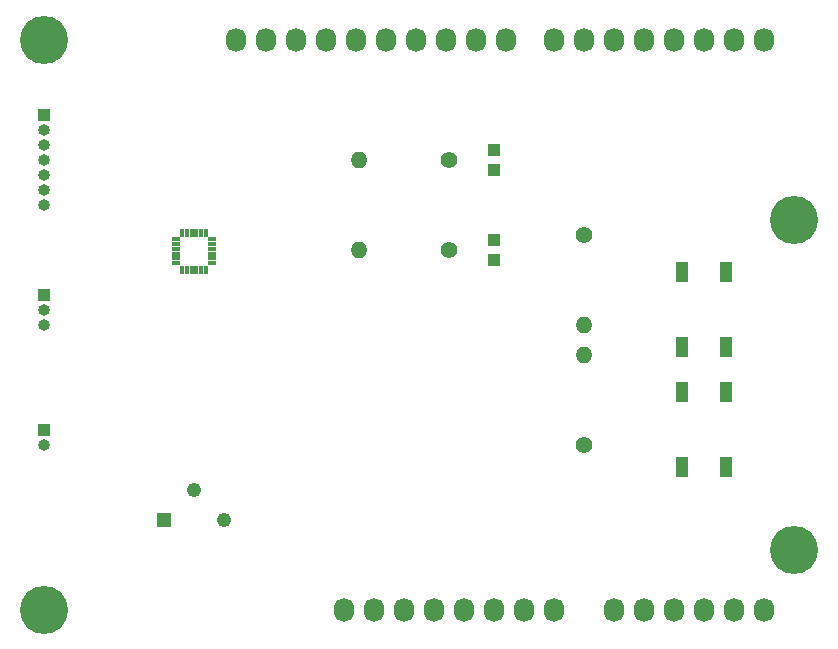
<source format=gts>
G04 #@! TF.GenerationSoftware,KiCad,Pcbnew,(6.0.4)*
G04 #@! TF.CreationDate,2022-05-08T20:33:45-07:00*
G04 #@! TF.ProjectId,PCB_Design,5043425f-4465-4736-9967-6e2e6b696361,rev?*
G04 #@! TF.SameCoordinates,Original*
G04 #@! TF.FileFunction,Soldermask,Top*
G04 #@! TF.FilePolarity,Negative*
%FSLAX46Y46*%
G04 Gerber Fmt 4.6, Leading zero omitted, Abs format (unit mm)*
G04 Created by KiCad (PCBNEW (6.0.4)) date 2022-05-08 20:33:45*
%MOMM*%
%LPD*%
G01*
G04 APERTURE LIST*
G04 Aperture macros list*
%AMRoundRect*
0 Rectangle with rounded corners*
0 $1 Rounding radius*
0 $2 $3 $4 $5 $6 $7 $8 $9 X,Y pos of 4 corners*
0 Add a 4 corners polygon primitive as box body*
4,1,4,$2,$3,$4,$5,$6,$7,$8,$9,$2,$3,0*
0 Add four circle primitives for the rounded corners*
1,1,$1+$1,$2,$3*
1,1,$1+$1,$4,$5*
1,1,$1+$1,$6,$7*
1,1,$1+$1,$8,$9*
0 Add four rect primitives between the rounded corners*
20,1,$1+$1,$2,$3,$4,$5,0*
20,1,$1+$1,$4,$5,$6,$7,0*
20,1,$1+$1,$6,$7,$8,$9,0*
20,1,$1+$1,$8,$9,$2,$3,0*%
G04 Aperture macros list end*
%ADD10O,1.727200X2.032000*%
%ADD11C,4.064000*%
%ADD12R,1.000000X1.700000*%
%ADD13C,1.400000*%
%ADD14O,1.400000X1.400000*%
%ADD15R,1.000000X1.000000*%
%ADD16O,1.000000X1.000000*%
%ADD17R,1.000000X1.100000*%
%ADD18R,1.222000X1.222000*%
%ADD19C,1.222000*%
%ADD20RoundRect,0.006600X-0.313400X-0.103400X0.313400X-0.103400X0.313400X0.103400X-0.313400X0.103400X0*%
%ADD21RoundRect,0.006600X0.103400X-0.313400X0.103400X0.313400X-0.103400X0.313400X-0.103400X-0.313400X0*%
%ADD22RoundRect,0.006600X0.313400X0.103400X-0.313400X0.103400X-0.313400X-0.103400X0.313400X-0.103400X0*%
%ADD23RoundRect,0.006600X-0.103400X0.313400X-0.103400X-0.313400X0.103400X-0.313400X0.103400X0.313400X0*%
G04 APERTURE END LIST*
D10*
X138938000Y-123825000D03*
X141478000Y-123825000D03*
X144018000Y-123825000D03*
X146558000Y-123825000D03*
X149098000Y-123825000D03*
X151638000Y-123825000D03*
X154178000Y-123825000D03*
X156718000Y-123825000D03*
X161798000Y-123825000D03*
X164338000Y-123825000D03*
X166878000Y-123825000D03*
X169418000Y-123825000D03*
X171958000Y-123825000D03*
X174498000Y-123825000D03*
X129794000Y-75565000D03*
X132334000Y-75565000D03*
X134874000Y-75565000D03*
X137414000Y-75565000D03*
X139954000Y-75565000D03*
X142494000Y-75565000D03*
X145034000Y-75565000D03*
X147574000Y-75565000D03*
X150114000Y-75565000D03*
X152654000Y-75565000D03*
X156718000Y-75565000D03*
X159258000Y-75565000D03*
X161798000Y-75565000D03*
X164338000Y-75565000D03*
X166878000Y-75565000D03*
X169418000Y-75565000D03*
X171958000Y-75565000D03*
X174498000Y-75565000D03*
D11*
X113538000Y-123825000D03*
X177038000Y-118745000D03*
X113538000Y-75565000D03*
X177038000Y-90805000D03*
D12*
X167518000Y-111735000D03*
X167518000Y-105435000D03*
X171318000Y-111735000D03*
X171318000Y-105435000D03*
D13*
X159258000Y-92075000D03*
D14*
X159258000Y-99695000D03*
D15*
X113563000Y-81925000D03*
D16*
X113563000Y-83195000D03*
X113563000Y-84465000D03*
X113563000Y-85735000D03*
X113563000Y-87005000D03*
X113563000Y-88275000D03*
X113563000Y-89545000D03*
D17*
X151638000Y-94195000D03*
X151638000Y-92495000D03*
D18*
X123698000Y-116205000D03*
D19*
X126238000Y-113665000D03*
X128778000Y-116205000D03*
D13*
X147828000Y-85725000D03*
D14*
X140208000Y-85725000D03*
D15*
X113538000Y-97155000D03*
D16*
X113538000Y-98425000D03*
X113538000Y-99695000D03*
D13*
X147828000Y-93345000D03*
D14*
X140208000Y-93345000D03*
D17*
X151638000Y-86575000D03*
X151638000Y-84875000D03*
D20*
X124693000Y-92490000D03*
X124693000Y-92890000D03*
X124693000Y-93290000D03*
X124693000Y-93690000D03*
X124693000Y-94090000D03*
X124693000Y-94490000D03*
D21*
X125238000Y-95035000D03*
X125638000Y-95035000D03*
X126038000Y-95035000D03*
X126438000Y-95035000D03*
X126838000Y-95035000D03*
X127238000Y-95035000D03*
D22*
X127783000Y-94490000D03*
X127783000Y-94090000D03*
X127783000Y-93690000D03*
X127783000Y-93290000D03*
X127783000Y-92890000D03*
X127783000Y-92490000D03*
D23*
X127238000Y-91945000D03*
X126838000Y-91945000D03*
X126438000Y-91945000D03*
X126038000Y-91945000D03*
X125638000Y-91945000D03*
X125238000Y-91945000D03*
D13*
X159258000Y-109855000D03*
D14*
X159258000Y-102235000D03*
D15*
X113538000Y-108585000D03*
D16*
X113538000Y-109855000D03*
D12*
X167518000Y-101575000D03*
X167518000Y-95275000D03*
X171318000Y-101575000D03*
X171318000Y-95275000D03*
M02*

</source>
